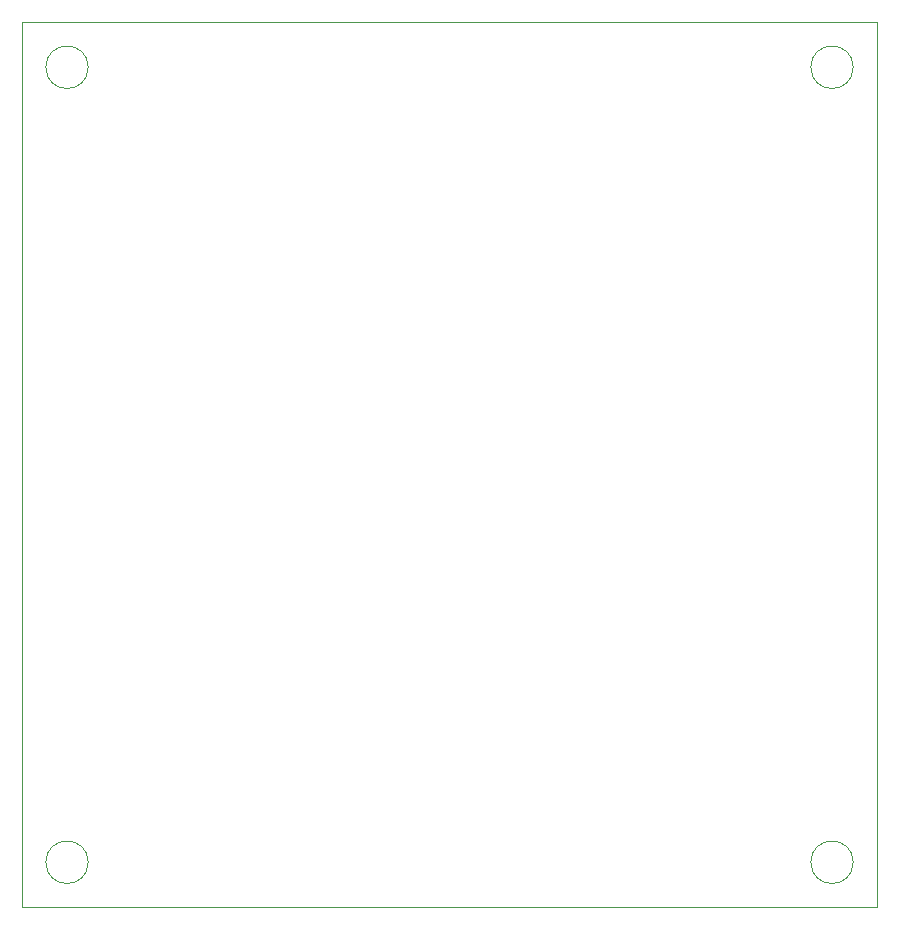
<source format=gbr>
G04 #@! TF.GenerationSoftware,KiCad,Pcbnew,(5.1.5)-3*
G04 #@! TF.CreationDate,2021-07-04T23:47:12+02:00*
G04 #@! TF.ProjectId,RGB_Treppe,5247425f-5472-4657-9070-652e6b696361,rev?*
G04 #@! TF.SameCoordinates,Original*
G04 #@! TF.FileFunction,Profile,NP*
%FSLAX46Y46*%
G04 Gerber Fmt 4.6, Leading zero omitted, Abs format (unit mm)*
G04 Created by KiCad (PCBNEW (5.1.5)-3) date 2021-07-04 23:47:12*
%MOMM*%
%LPD*%
G04 APERTURE LIST*
%ADD10C,0.050000*%
%ADD11C,0.100000*%
G04 APERTURE END LIST*
D10*
X192296051Y-121920000D02*
G75*
G03X192296051Y-121920000I-1796051J0D01*
G01*
X127526051Y-121920000D02*
G75*
G03X127526051Y-121920000I-1796051J0D01*
G01*
X127526051Y-54610000D02*
G75*
G03X127526051Y-54610000I-1796051J0D01*
G01*
X192296051Y-54610000D02*
G75*
G03X192296051Y-54610000I-1796051J0D01*
G01*
D11*
X194310000Y-50800000D02*
X194310000Y-125730000D01*
X121920000Y-50800000D02*
X194310000Y-50800000D01*
X121920000Y-125730000D02*
X121920000Y-50800000D01*
X194310000Y-125730000D02*
X121920000Y-125730000D01*
M02*

</source>
